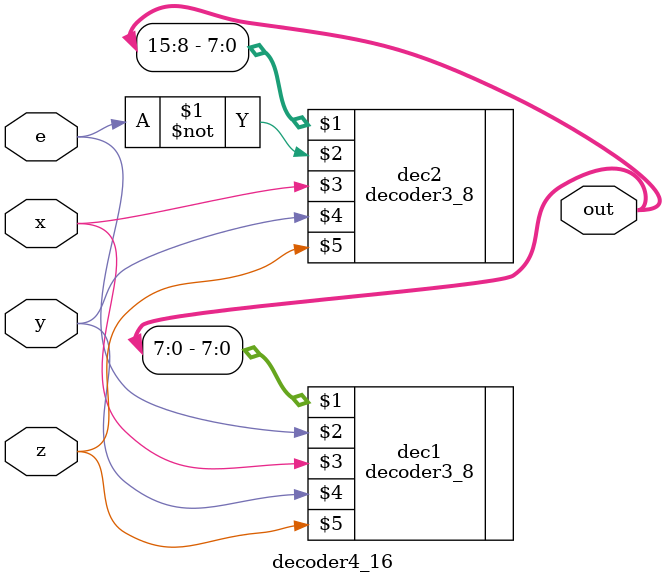
<source format=v>
`timescale 1ns / 1ps

module decoder4_16(out,e,x,y,z);
output [15:0]out;
input e,x,y,z;
decoder3_8 dec1(out[7:0],e,x,y,z);
decoder3_8 dec2(out[15:8],~e,x,y,z);
    endmodule

</source>
